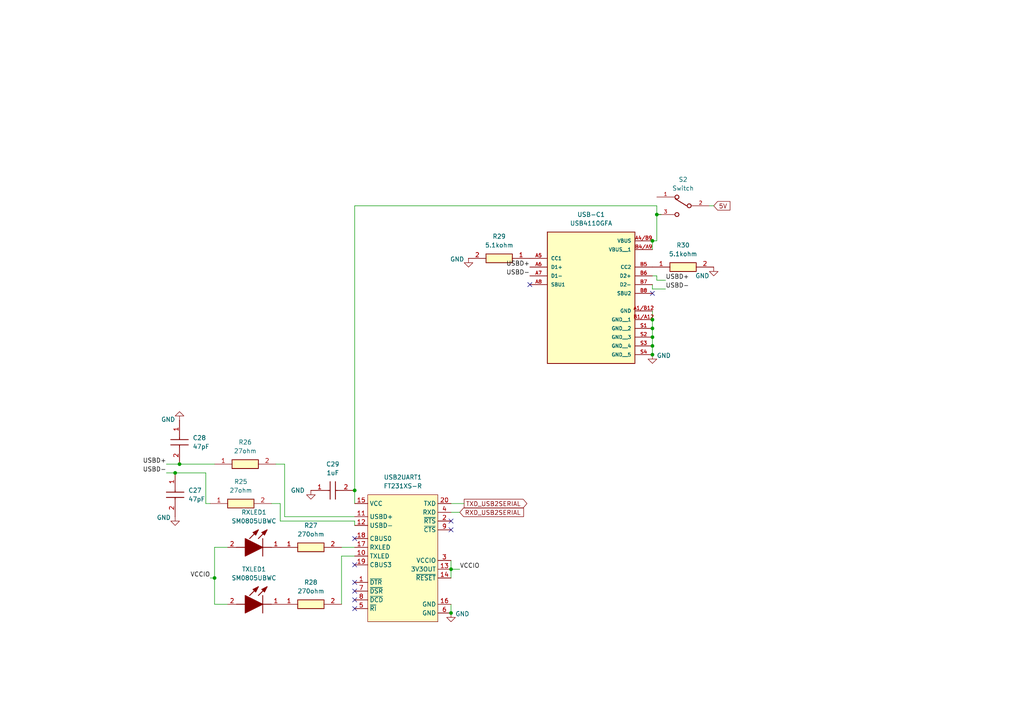
<source format=kicad_sch>
(kicad_sch (version 20231120) (generator "eeschema") (generator_version "8.0")
  (paper "A4")
  (lib_symbols
    (symbol "08055A470JAT2A:08055A470JAT2A" (pin_names hide)
      (property "Reference" "C" (at 8.89 6.35 0))
      (property "Value" "08055A470JAT2A" (at 8.89 3.81 0))
      (symbol "08055A470JAT2A_1_1"
        (polyline (pts (xy 5.08 0) (xy 5.588 0)) (stroke (width 0.254)))
        (polyline (pts (xy 5.588 2.54) (xy 5.588 -2.54)) (stroke (width 0.254)))
        (polyline (pts (xy 7.112 0) (xy 7.62 0)) (stroke (width 0.254)))
        (polyline (pts (xy 7.112 2.54) (xy 7.112 -2.54)) (stroke (width 0.254)))
        (pin passive line (at 0 0 0) (length 5.08) (name "1") (number "1"))
        (pin passive line (at 12.7 0 180) (length 5.08) (name "2") (number "2"))
      )
    )
    (symbol "CC0805KRX5R6BB105:CC0805KRX5R6BB105" (pin_names hide)
      (property "Reference" "C" (at 8.89 6.35 0))
      (property "Value" "CC0805KRX5R6BB105" (at 8.89 3.81 0))
      (symbol "CC0805KRX5R6BB105_1_1"
        (polyline (pts (xy 5.08 0) (xy 5.588 0)) (stroke (width 0.254)))
        (polyline (pts (xy 5.588 2.54) (xy 5.588 -2.54)) (stroke (width 0.254)))
        (polyline (pts (xy 7.112 0) (xy 7.62 0)) (stroke (width 0.254)))
        (polyline (pts (xy 7.112 2.54) (xy 7.112 -2.54)) (stroke (width 0.254)))
        (pin passive line (at 0 0 0) (length 5.08) (name "1") (number "1"))
        (pin passive line (at 12.7 0 180) (length 5.08) (name "2") (number "2"))
      )
    )
    (symbol "CR0805-FX-2700ELF:CR0805-FX-2700ELF" (pin_names hide)
      (property "Reference" "R" (at 13.97 6.35 0))
      (property "Value" "CR0805-FX-2700ELF" (at 13.97 3.81 0))
      (symbol "CR0805-FX-2700ELF_1_1"
        (rectangle (start 5.08 1.27) (end 12.7 -1.27) (stroke (width 0.254)) (fill (type background)))
        (pin passive line (at 0 0 0) (length 5.08) (name "1") (number "1"))
        (pin passive line (at 17.78 0 180) (length 5.08) (name "2") (number "2"))
      )
    )
    (symbol "CR0805-FX-27R0ELF:CR0805-FX-27R0ELF" (pin_names hide)
      (property "Reference" "R" (at 13.97 6.35 0))
      (property "Value" "CR0805-FX-27R0ELF" (at 13.97 3.81 0))
      (symbol "CR0805-FX-27R0ELF_1_1"
        (rectangle (start 5.08 1.27) (end 12.7 -1.27) (stroke (width 0.254)) (fill (type background)))
        (pin passive line (at 0 0 0) (length 5.08) (name "1") (number "1"))
        (pin passive line (at 17.78 0 180) (length 5.08) (name "2") (number "2"))
      )
    )
    (symbol "Project1LibUniv:Switch" (pin_names (offset 1.016))
      (property "Reference" "S" (at -7.6229 5.0819 0))
      (property "Value" "Switch" (at -7.6286 -5.0857 0))
      (symbol "Switch_0_0"
        (circle (center -1.778 -2.54) (radius 0.568) (stroke (width 0.254)))
        (circle (center -1.778 2.54) (radius 0.568) (stroke (width 0.254)))
        (polyline (pts (xy 1.016 0) (xy -2.286 2.032)) (stroke (width 0.254)))
        (circle (center 1.778 0) (radius 0.568) (stroke (width 0.254)))
        (pin passive line (at -7.62 2.54 0) (length 5.08) (name "~") (number "1"))
        (pin passive line (at 7.62 0 180) (length 5.08) (name "~") (number "2"))
        (pin passive line (at -7.62 -2.54 0) (length 5.08) (name "~") (number "3"))
      )
    )
    (symbol "group127:SerialLED" (pin_names hide)
      (property "Reference" "RXLED1" (at 7.62 10.16 0))
      (property "Value" "SerialLED" (at 7.62 7.62 0))
      (symbol "SerialLED_1_1"
        (polyline (pts (xy 2.54 0) (xy 5.08 0)) (stroke (width 0.254)))
        (polyline (pts (xy 5.08 2.54) (xy 5.08 -2.54)) (stroke (width 0.254)))
        (polyline (pts (xy 6.35 2.54) (xy 3.81 5.08)) (stroke (width 0.254)))
        (polyline (pts (xy 8.89 2.54) (xy 6.35 5.08)) (stroke (width 0.254)))
        (polyline (pts (xy 10.16 0) (xy 12.7 0)) (stroke (width 0.254)))
        (polyline (pts (xy 5.08 0) (xy 10.16 2.54) (xy 10.16 -2.54) (xy 5.08 0)) (stroke (width 0.254)) (fill (type outline)))
        (polyline (pts (xy 5.334 4.318) (xy 4.572 3.556) (xy 3.81 5.08) (xy 5.334 4.318)) (stroke (width 0.254)) (fill (type outline)))
        (polyline (pts (xy 7.874 4.318) (xy 7.112 3.556) (xy 6.35 5.08) (xy 7.874 4.318)) (stroke (width 0.254)) (fill (type outline)))
        (pin passive line (at 0 0 0) (length 2.54) (name "K") (number "1"))
        (pin passive line (at 15.24 0 180) (length 2.54) (name "A") (number "2"))
      )
    )
    (symbol "group127:USB-C-Port" (pin_names (offset 1.016))
      (property "Reference" "USB-C1" (at 0 15.24 0))
      (property "Value" "USB-C-Port" (at 0 12.7 0))
      (symbol "USB-C-Port_0_0"
        (rectangle (start -12.7 -27.94) (end 12.7 10.16) (stroke (width 0.254)) (fill (type background)))
        (pin power_in line (at 17.78 -12.7 180) (length 5.08) (name "GND") (number "A1/B12"))
        (pin power_in line (at 17.78 7.62 180) (length 5.08) (name "VBUS") (number "A4/B9"))
        (pin bidirectional line (at -17.78 2.54 0) (length 5.08) (name "CC1") (number "A5"))
        (pin bidirectional line (at -17.78 0 0) (length 5.08) (name "D1+") (number "A6"))
        (pin bidirectional line (at -17.78 -2.54 0) (length 5.08) (name "D1-") (number "A7"))
        (pin bidirectional line (at -17.78 -5.08 0) (length 5.08) (name "SBU1") (number "A8"))
        (pin power_in line (at 17.78 -15.24 180) (length 5.08) (name "GND__1") (number "B1/A12"))
        (pin power_in line (at 17.78 5.08 180) (length 5.08) (name "VBUS__1") (number "B4/A9"))
        (pin bidirectional line (at 17.78 0 180) (length 5.08) (name "CC2") (number "B5"))
        (pin bidirectional line (at 17.78 -2.54 180) (length 5.08) (name "D2+") (number "B6"))
        (pin bidirectional line (at 17.78 -5.08 180) (length 5.08) (name "D2-") (number "B7"))
        (pin bidirectional line (at 17.78 -7.62 180) (length 5.08) (name "SBU2") (number "B8"))
        (pin power_in line (at 17.78 -17.78 180) (length 5.08) (name "GND__2") (number "S1"))
        (pin power_in line (at 17.78 -20.32 180) (length 5.08) (name "GND__3") (number "S2"))
        (pin power_in line (at 17.78 -22.86 180) (length 5.08) (name "GND__4") (number "S3"))
        (pin power_in line (at 17.78 -25.4 180) (length 5.08) (name "GND__5") (number "S4"))
      )
    )
    (symbol "group127:USB2UART"
      (property "Reference" "USB2UART1" (at 0 3.81 0))
      (property "Value" "USB2UART" (at 0 1.27 0))
      (symbol "USB2UART_1_1"
        (rectangle (start -10.16 -1.27) (end 10.16 -38.1) (fill (type background)))
        (pin bidirectional line (at -13.97 -26.67 0) (length 3.81) (name "~{DTR}") (number "1"))
        (pin bidirectional line (at -13.97 -19.05 0) (length 3.81) (name "TXLED") (number "10"))
        (pin bidirectional line (at -13.97 -7.62 0) (length 3.81) (name "USBD+") (number "11"))
        (pin bidirectional line (at -13.97 -10.16 0) (length 3.81) (name "USBD-") (number "12"))
        (pin power_out line (at 13.97 -22.86 180) (length 3.81) (name "3V3OUT") (number "13"))
        (pin bidirectional line (at 13.97 -25.4 180) (length 3.81) (name "~{RESET}") (number "14"))
        (pin power_in line (at -13.97 -3.81 0) (length 3.81) (name "VCC") (number "15"))
        (pin power_in line (at 13.97 -33.02 180) (length 3.81) (name "GND") (number "16"))
        (pin bidirectional line (at -13.97 -16.51 0) (length 3.81) (name "RXLED") (number "17"))
        (pin bidirectional line (at -13.97 -13.97 0) (length 3.81) (name "CBUS0") (number "18"))
        (pin bidirectional line (at -13.97 -21.59 0) (length 3.81) (name "CBUS3") (number "19"))
        (pin output line (at 13.97 -8.89 180) (length 3.81) (name "~{RTS}") (number "2"))
        (pin output line (at 13.97 -3.81 180) (length 3.81) (name "TXD") (number "20"))
        (pin power_in line (at 13.97 -20.32 180) (length 3.81) (name "VCCIO") (number "3"))
        (pin input line (at 13.97 -6.35 180) (length 3.81) (name "RXD") (number "4"))
        (pin bidirectional line (at -13.97 -34.29 0) (length 3.81) (name "~{RI}") (number "5"))
        (pin power_in line (at 13.97 -35.56 180) (length 3.81) (name "GND") (number "6"))
        (pin bidirectional line (at -13.97 -29.21 0) (length 3.81) (name "~{DSR}") (number "7"))
        (pin bidirectional line (at -13.97 -31.75 0) (length 3.81) (name "~{DCD}") (number "8"))
        (pin input line (at 13.97 -11.43 180) (length 3.81) (name "~{CTS}") (number "9"))
      )
    )
    (symbol "power:GND" (power) (pin_numbers hide) (pin_names (offset 0) hide)
      (property "Value" "GND" (at 0 -3.81 0))
      (symbol "GND_0_1"
        (polyline (pts (xy 0 0) (xy 0 -1.27) (xy 1.27 -1.27) (xy 0 -2.54) (xy -1.27 -1.27) (xy 0 -1.27)))
      )
      (symbol "GND_1_1"
        (pin power_in line (at 0 0 270) (length 0) (name "~") (number "1"))
      )
    )
  )
  (junction (at 189.23 97.79))
  (junction (at 189.23 92.71))
  (junction (at 50.8 137.16))
  (junction (at 190.5 62.23))
  (junction (at 62.23 167.64))
  (junction (at 102.87 142.24))
  (junction (at 130.81 177.8))
  (junction (at 189.23 69.85))
  (junction (at 189.23 102.87))
  (junction (at 130.81 165.1))
  (junction (at 189.23 95.25))
  (junction (at 189.23 100.33))
  (junction (at 52.07 134.62))
  (no_connect (at 102.87 168.91))
  (no_connect (at 130.81 153.67))
  (no_connect (at 153.67 82.55))
  (no_connect (at 102.87 173.99))
  (no_connect (at 130.81 151.13))
  (no_connect (at 189.23 85.09))
  (no_connect (at 102.87 156.21))
  (no_connect (at 102.87 163.83))
  (no_connect (at 102.87 176.53))
  (no_connect (at 102.87 171.45))
  (wire (pts (xy 189.23 69.85) (xy 189.23 72.39)))
  (wire (pts (xy 78.74 146.05) (xy 81.28 146.05)))
  (wire (pts (xy 190.5 81.28) (xy 190.5 80.01)))
  (wire (pts (xy 82.55 134.62) (xy 82.55 149.86)))
  (wire (pts (xy 102.87 151.13) (xy 102.87 152.4)))
  (wire (pts (xy 99.06 161.29) (xy 102.87 161.29)))
  (wire (pts (xy 48.26 134.62) (xy 52.07 134.62)))
  (wire (pts (xy 66.04 158.75) (xy 62.23 158.75)))
  (wire (pts (xy 134.62 146.05) (xy 130.81 146.05)))
  (wire (pts (xy 130.81 175.26) (xy 130.81 177.8)))
  (wire (pts (xy 62.23 167.64) (xy 62.23 175.26)))
  (wire (pts (xy 193.04 83.82) (xy 189.23 83.82)))
  (wire (pts (xy 133.35 148.59) (xy 130.81 148.59)))
  (wire (pts (xy 189.23 97.79) (xy 189.23 100.33)))
  (wire (pts (xy 50.8 137.16) (xy 48.26 137.16)))
  (wire (pts (xy 99.06 158.75) (xy 102.87 158.75)))
  (wire (pts (xy 80.01 134.62) (xy 82.55 134.62)))
  (wire (pts (xy 189.23 95.25) (xy 189.23 97.79)))
  (wire (pts (xy 130.81 165.1) (xy 133.35 165.1)))
  (wire (pts (xy 81.28 146.05) (xy 81.28 151.13)))
  (wire (pts (xy 190.5 59.69) (xy 190.5 62.23)))
  (wire (pts (xy 102.87 59.69) (xy 102.87 142.24)))
  (wire (pts (xy 207.01 59.69) (xy 205.74 59.69)))
  (wire (pts (xy 130.81 162.56) (xy 130.81 165.1)))
  (wire (pts (xy 52.07 134.62) (xy 62.23 134.62)))
  (wire (pts (xy 99.06 175.26) (xy 99.06 161.29)))
  (wire (pts (xy 189.23 83.82) (xy 189.23 82.55)))
  (wire (pts (xy 189.23 92.71) (xy 189.23 95.25)))
  (wire (pts (xy 59.69 146.05) (xy 60.96 146.05)))
  (wire (pts (xy 81.28 151.13) (xy 102.87 151.13)))
  (wire (pts (xy 59.69 137.16) (xy 50.8 137.16)))
  (wire (pts (xy 60.96 167.64) (xy 62.23 167.64)))
  (wire (pts (xy 62.23 158.75) (xy 62.23 167.64)))
  (wire (pts (xy 66.04 175.26) (xy 62.23 175.26)))
  (wire (pts (xy 82.55 149.86) (xy 102.87 149.86)))
  (wire (pts (xy 102.87 142.24) (xy 102.87 146.05)))
  (wire (pts (xy 189.23 90.17) (xy 189.23 92.71)))
  (wire (pts (xy 189.23 100.33) (xy 189.23 102.87)))
  (wire (pts (xy 191.77 62.23) (xy 190.5 62.23)))
  (wire (pts (xy 130.81 165.1) (xy 130.81 167.64)))
  (wire (pts (xy 190.5 69.85) (xy 189.23 69.85)))
  (wire (pts (xy 193.04 81.28) (xy 190.5 81.28)))
  (wire (pts (xy 190.5 80.01) (xy 189.23 80.01)))
  (wire (pts (xy 102.87 59.69) (xy 190.5 59.69)))
  (wire (pts (xy 59.69 146.05) (xy 59.69 137.16)))
  (wire (pts (xy 190.5 62.23) (xy 190.5 69.85)))
  (label "USBD-" (at 193.04 83.82 0))
  (label "VCCIO" (at 60.96 167.64 180))
  (label "USBD-" (at 153.67 80.01 180))
  (label "USBD+" (at 153.67 77.47 180))
  (label "VCCIO" (at 133.35 165.1 0))
  (label "USBD+" (at 193.04 81.28 0))
  (label "USBD-" (at 48.26 137.16 180))
  (label "USBD+" (at 48.26 134.62 180))
  (global_label "RXD_USB2SERIAL" (shape input) (at 133.35 148.59 0) (property "Intersheetrefs" "${INTERSHEET_REFS}" (effects (hide yes))))
  (global_label "TXD_USB2SERIAL" (shape output) (at 134.62 146.05 0) (property "Intersheetrefs" "${INTERSHEET_REFS}" (effects (hide yes))))
  (global_label "5V" (shape input) (at 207.01 59.69 0) (property "Intersheetrefs" "${INTERSHEET_REFS}" (effects (hide yes))))
  (symbol (lib_id "group127:SerialLED") (at 81.28 175.26 0) (mirror y) (unit 1)
    (property "Reference" "TXLED1" (at 73.66 165.1 0))
    (property "Value" "SM0805UBWC" (at 73.66 167.64 0))
    (property "Footprint" "KiCad0805:LEDC2012X110N" (effects (hide yes)))
    (property "Datasheet" "https://www.arrow.com/en/products/sm0805ubwc/bivar?region=nac" (effects (hide yes)))
    (property "Description" "LED Uni-Color Blue 468nm 2-Pin Chip 0805(2012Metric) T/R" (effects (hide yes)))
    (property "Height" "1.1" (effects (hide yes)))
    (property "Mouser Part Number" "749-SM0805UBWC" (effects (hide yes)))
    (property "Mouser Price/Stock" "https://www.mouser.co.uk/ProductDetail/Bivar/SM0805UBWC?qs=hWDdE2Pc5RAgQGamDSfd%252BQ%3D%3D" (effects (hide yes)))
    (property "Manufacturer_Name" "Bivar" (effects (hide yes)))
    (property "Manufacturer_Part_Number" "SM0805UBWC" (effects (hide yes)))
  )
  (symbol (lib_id "power:GND") (at 90.17 142.24 0) (unit 1)
    (property "Reference" "#PWR034" (effects (hide yes)))
    (property "Value" "GND" (at 86.36 142.24 0))
    (property "Description" "Power symbol creates a global label with name \"GND\" , ground" (effects (hide yes)))
  )
  (symbol (lib_id "CR0805-FX-2700ELF:CR0805-FX-2700ELF") (at 81.28 175.26 0) (unit 1)
    (property "Reference" "R28" (at 90.17 168.91 0))
    (property "Value" "270ohm" (at 90.17 171.45 0))
    (property "Footprint" "Resistor_SMD:R_0805_2012Metric" (effects (hide yes)))
    (property "Datasheet" "https://www.bourns.com/pdfs/chpreztr.pdf" (effects (hide yes)))
    (property "Description" "Thick Film Resistors - SMD 270ohm 1%" (effects (hide yes)))
    (property "Height" "0.6" (effects (hide yes)))
    (property "Mouser Part Number" "652-CR0805FX-2700ELF" (effects (hide yes)))
    (property "Mouser Price/Stock" "https://www.mouser.co.uk/ProductDetail/Bourns/CR0805-FX-2700ELF?qs=4vGXhLEMbUwfoxAMFQ260A%3D%3D" (effects (hide yes)))
    (property "Manufacturer_Name" "Bourns" (effects (hide yes)))
    (property "Manufacturer_Part_Number" "CR0805-FX-2700ELF" (effects (hide yes)))
  )
  (symbol (lib_id "Project1LibUniv:Switch") (at 198.12 59.69 0) (unit 1)
    (property "Reference" "S2" (at 198.12 52.07 0))
    (property "Value" "Switch" (at 198.12 54.61 0))
    (property "Footprint" "JS102011SAQN:SW_JS102011SAQN" (effects (hide yes)))
    (property "MANUFACTURER" "C&K" (effects (hide yes)))
  )
  (symbol (lib_id "CC0805KRX5R6BB105:CC0805KRX5R6BB105") (at 90.17 142.24 0) (unit 1)
    (property "Reference" "C29" (at 96.52 134.62 0))
    (property "Value" "1uF" (at 96.52 137.16 0))
    (property "Footprint" "Capacitor_SMD:C_0805_2012Metric" (effects (hide yes)))
    (property "Datasheet" "https://www.google.com/search?q=CC0805KRX5R6BB105&ei=oHPzYsWSNqLL2roP9LWC0AM&ved=0ahUKEwjF4ua49Lv5AhWipVYBHfSaADoQ4dUDCA4&uact=5&oq=CC0805KRX5R6BB105&gs_lcp=Cgdnd3Mtd2l6EAMyBQgAEKIEMgUIABCiBDIFCAAQogQyBQgAEKIEMgUIABCiBDoICAAQgAQQsANKBAhBGAFKBAhGGABQjwVYjw" (effects (hide yes)))
    (property "Description" "Multilayer Ceramic Capacitors MLCC - SMD/SMT 10V 1uF X5R 0805 10%" (effects (hide yes)))
    (property "Height" "1.45" (effects (hide yes)))
    (property "Mouser Part Number" "603-CC805KRX5R6BB105" (effects (hide yes)))
    (property "Mouser Price/Stock" "https://www.mouser.co.uk/ProductDetail/YAGEO/CC0805KRX5R6BB105?qs=57cj7OiSijlFWI8EUNwoXQ%3D%3D" (effects (hide yes)))
    (property "Manufacturer_Name" "YAGEO" (effects (hide yes)))
    (property "Manufacturer_Part_Number" "CC0805KRX5R6BB105" (effects (hide yes)))
  )
  (symbol (lib_id "power:GND") (at 189.23 102.87 0) (unit 1)
    (property "Reference" "#PWR037" (effects (hide yes)))
    (property "Value" "GND" (at 192.532 103.124 0))
    (property "Description" "Power symbol creates a global label with name \"GND\" , ground" (effects (hide yes)))
  )
  (symbol (lib_id "power:GND") (at 135.89 74.93 0) (mirror y) (unit 1)
    (property "Reference" "#PWR036" (effects (hide yes)))
    (property "Value" "GND" (at 132.588 75.184 0))
    (property "Description" "Power symbol creates a global label with name \"GND\" , ground" (effects (hide yes)))
  )
  (symbol (lib_id "power:GND") (at 50.8 149.86 0) (mirror y) (unit 1)
    (property "Reference" "#PWR032" (effects (hide yes)))
    (property "Value" "GND" (at 47.498 150.114 0))
    (property "Description" "Power symbol creates a global label with name \"GND\" , ground" (effects (hide yes)))
  )
  (symbol (lib_id "CR0805-FX-27R0ELF:CR0805-FX-27R0ELF") (at 189.23 77.47 0) (unit 1)
    (property "Reference" "R30" (at 198.12 71.12 0))
    (property "Value" "5.1kohm" (at 198.12 73.66 0))
    (property "Footprint" "Resistor_SMD:R_0805_2012Metric" (effects (hide yes)))
    (property "Datasheet" "https://www.bourns.com/pdfs/chpreztr.pdf" (effects (hide yes)))
    (property "Description" "Thick Film Resistors - SMD 27ohm 1%" (effects (hide yes)))
    (property "Height" "0.6" (effects (hide yes)))
    (property "Mouser Part Number" "652-CR0805FX-27R0ELF" (effects (hide yes)))
    (property "Mouser Price/Stock" "https://www.mouser.co.uk/ProductDetail/Bourns/CR0805-FX-27R0ELF?qs=4vGXhLEMbUwrTzV9z9NRJA%3D%3D" (effects (hide yes)))
    (property "Manufacturer_Name" "Bourns" (effects (hide yes)))
    (property "Manufacturer_Part_Number" "CR0805-FX-27R0ELF" (effects (hide yes)))
  )
  (symbol (lib_id "power:GND") (at 130.81 177.8 0) (unit 1)
    (property "Reference" "#PWR035" (effects (hide yes)))
    (property "Value" "GND" (at 134.112 178.054 0))
    (property "Description" "Power symbol creates a global label with name \"GND\" , ground" (effects (hide yes)))
  )
  (symbol (lib_id "CR0805-FX-27R0ELF:CR0805-FX-27R0ELF") (at 62.23 134.62 0) (unit 1)
    (property "Reference" "R26" (at 71.12 128.27 0))
    (property "Value" "27ohm" (at 71.12 130.81 0))
    (property "Footprint" "Resistor_SMD:R_0805_2012Metric" (effects (hide yes)))
    (property "Datasheet" "https://www.bourns.com/pdfs/chpreztr.pdf" (effects (hide yes)))
    (property "Description" "Thick Film Resistors - SMD 27ohm 1%" (effects (hide yes)))
    (property "Height" "0.6" (effects (hide yes)))
    (property "Mouser Part Number" "652-CR0805FX-27R0ELF" (effects (hide yes)))
    (property "Mouser Price/Stock" "https://www.mouser.co.uk/ProductDetail/Bourns/CR0805-FX-27R0ELF?qs=4vGXhLEMbUwrTzV9z9NRJA%3D%3D" (effects (hide yes)))
    (property "Manufacturer_Name" "Bourns" (effects (hide yes)))
    (property "Manufacturer_Part_Number" "CR0805-FX-27R0ELF" (effects (hide yes)))
  )
  (symbol (lib_id "CR0805-FX-27R0ELF:CR0805-FX-27R0ELF") (at 60.96 146.05 0) (unit 1)
    (property "Reference" "R25" (at 69.85 139.7 0))
    (property "Value" "27ohm" (at 69.85 142.24 0))
    (property "Footprint" "Resistor_SMD:R_0805_2012Metric" (effects (hide yes)))
    (property "Datasheet" "https://www.bourns.com/pdfs/chpreztr.pdf" (effects (hide yes)))
    (property "Description" "Thick Film Resistors - SMD 27ohm 1%" (effects (hide yes)))
    (property "Height" "0.6" (effects (hide yes)))
    (property "Mouser Part Number" "652-CR0805FX-27R0ELF" (effects (hide yes)))
    (property "Mouser Price/Stock" "https://www.mouser.co.uk/ProductDetail/Bourns/CR0805-FX-27R0ELF?qs=4vGXhLEMbUwrTzV9z9NRJA%3D%3D" (effects (hide yes)))
    (property "Manufacturer_Name" "Bourns" (effects (hide yes)))
    (property "Manufacturer_Part_Number" "CR0805-FX-27R0ELF" (effects (hide yes)))
  )
  (symbol (lib_id "power:GND") (at 207.01 77.47 0) (mirror y) (unit 1)
    (property "Reference" "#PWR038" (effects (hide yes)))
    (property "Value" "GND" (at 203.708 80.01 0))
    (property "Description" "Power symbol creates a global label with name \"GND\" , ground" (effects (hide yes)))
  )
  (symbol (lib_id "CR0805-FX-2700ELF:CR0805-FX-2700ELF") (at 81.28 158.75 0) (unit 1)
    (property "Reference" "R27" (at 90.17 152.4 0))
    (property "Value" "270ohm" (at 90.17 154.94 0))
    (property "Footprint" "Resistor_SMD:R_0805_2012Metric" (effects (hide yes)))
    (property "Datasheet" "https://www.bourns.com/pdfs/chpreztr.pdf" (effects (hide yes)))
    (property "Description" "Thick Film Resistors - SMD 270ohm 1%" (effects (hide yes)))
    (property "Height" "0.6" (effects (hide yes)))
    (property "Mouser Part Number" "652-CR0805FX-2700ELF" (effects (hide yes)))
    (property "Mouser Price/Stock" "https://www.mouser.co.uk/ProductDetail/Bourns/CR0805-FX-2700ELF?qs=4vGXhLEMbUwfoxAMFQ260A%3D%3D" (effects (hide yes)))
    (property "Manufacturer_Name" "Bourns" (effects (hide yes)))
    (property "Manufacturer_Part_Number" "CR0805-FX-2700ELF" (effects (hide yes)))
  )
  (symbol (lib_id "group127:SerialLED") (at 81.28 158.75 0) (mirror y) (unit 1)
    (property "Reference" "RXLED1" (at 73.66 148.59 0))
    (property "Value" "SM0805UBWC" (at 73.66 151.13 0))
    (property "Footprint" "KiCad0805:LEDC2012X110N" (effects (hide yes)))
    (property "Datasheet" "https://www.arrow.com/en/products/sm0805ubwc/bivar?region=nac" (effects (hide yes)))
    (property "Description" "LED Uni-Color Blue 468nm 2-Pin Chip 0805(2012Metric) T/R" (effects (hide yes)))
    (property "Height" "1.1" (effects (hide yes)))
    (property "Mouser Part Number" "749-SM0805UBWC" (effects (hide yes)))
    (property "Mouser Price/Stock" "https://www.mouser.co.uk/ProductDetail/Bivar/SM0805UBWC?qs=hWDdE2Pc5RAgQGamDSfd%252BQ%3D%3D" (effects (hide yes)))
    (property "Manufacturer_Name" "Bivar" (effects (hide yes)))
    (property "Manufacturer_Part_Number" "SM0805UBWC" (effects (hide yes)))
  )
  (symbol (lib_id "group127:USB2UART") (at 116.84 142.24 0) (unit 1)
    (property "Reference" "USB2UART1" (at 116.84 138.43 0))
    (property "Value" "FT231XS-R" (at 116.84 140.97 0))
    (property "Footprint" "Package_SO:SSOP-20_3.9x8.7mm_P0.635mm" (effects (hide yes)))
    (property "Datasheet" "https://dl.carters.cloud/datasheets/USB.pdf" (effects (hide yes)))
    (property "Description" "USB to UART" (effects (hide yes)))
  )
  (symbol (lib_id "08055A470JAT2A:08055A470JAT2A") (at 50.8 137.16 270) (unit 1)
    (property "Reference" "C27" (at 54.61 142.2399 90) (effects (justify left)))
    (property "Value" "47pF" (at 54.61 144.7799 90) (effects (justify left)))
    (property "Footprint" "Capacitor_SMD:C_0805_2012Metric" (effects (hide yes)))
    (property "Description" "Multilayer Ceramic Capacitors MLCC - SMD/SMT 50V 47pF C0G 0805 5%" (effects (hide yes)))
    (property "Height" "0.94" (effects (hide yes)))
    (property "Mouser Part Number" "581-08055A470J" (effects (hide yes)))
    (property "Mouser Price/Stock" "https://www.mouser.co.uk/ProductDetail/KYOCERA-AVX/08055A470JAT2A?qs=HVCPnIvYOgrAzvERMfLwOw%3D%3D" (effects (hide yes)))
    (property "Manufacturer_Name" "Kyocera AVX" (effects (hide yes)))
    (property "Manufacturer_Part_Number" "08055A470JAT2A" (effects (hide yes)))
  )
  (symbol (lib_id "CR0805-FX-27R0ELF:CR0805-FX-27R0ELF") (at 153.67 74.93 0) (mirror y) (unit 1)
    (property "Reference" "R29" (at 144.78 68.58 0))
    (property "Value" "5.1kohm" (at 144.78 71.12 0))
    (property "Footprint" "Resistor_SMD:R_0805_2012Metric" (effects (hide yes)))
    (property "Datasheet" "https://www.bourns.com/pdfs/chpreztr.pdf" (effects (hide yes)))
    (property "Description" "Thick Film Resistors - SMD 27ohm 1%" (effects (hide yes)))
    (property "Height" "0.6" (effects (hide yes)))
    (property "Mouser Part Number" "652-CR0805FX-27R0ELF" (effects (hide yes)))
    (property "Mouser Price/Stock" "https://www.mouser.co.uk/ProductDetail/Bourns/CR0805-FX-27R0ELF?qs=4vGXhLEMbUwrTzV9z9NRJA%3D%3D" (effects (hide yes)))
    (property "Manufacturer_Name" "Bourns" (effects (hide yes)))
    (property "Manufacturer_Part_Number" "CR0805-FX-27R0ELF" (effects (hide yes)))
  )
  (symbol (lib_id "group127:USB-C-Port") (at 171.45 77.47 0) (unit 1)
    (property "Reference" "USB-C1" (at 171.45 62.23 0))
    (property "Value" "USB4110GFA" (at 171.45 64.77 0))
    (property "Footprint" "USB4110_GF_A:GCT_USB4110GFA" (effects (hide yes)))
    (property "MF" "GCT" (effects (hide yes)))
    (property "Description_1" "USB-C (USB TYPE-C) USB 2.0 Receptacle Connector 24 (16+8 Dummy) Position Surface Mount, Right Angle; Through Hole" (effects (hide yes)))
    (property "Package" "None" (effects (hide yes)))
    (property "Price" "None" (effects (hide yes)))
    (property "MP" "USB4110GFA" (effects (hide yes)))
    (property "Availability" "In Stock" (effects (hide yes)))
  )
  (symbol (lib_id "08055A470JAT2A:08055A470JAT2A") (at 52.07 121.92 270) (unit 1)
    (property "Reference" "C28" (at 55.88 126.9999 90) (effects (justify left)))
    (property "Value" "47pF" (at 55.88 129.5399 90) (effects (justify left)))
    (property "Footprint" "Capacitor_SMD:C_0805_2012Metric" (effects (hide yes)))
    (property "Description" "Multilayer Ceramic Capacitors MLCC - SMD/SMT 50V 47pF C0G 0805 5%" (effects (hide yes)))
    (property "Height" "0.94" (effects (hide yes)))
    (property "Mouser Part Number" "581-08055A470J" (effects (hide yes)))
    (property "Mouser Price/Stock" "https://www.mouser.co.uk/ProductDetail/KYOCERA-AVX/08055A470JAT2A?qs=HVCPnIvYOgrAzvERMfLwOw%3D%3D" (effects (hide yes)))
    (property "Manufacturer_Name" "Kyocera AVX" (effects (hide yes)))
    (property "Manufacturer_Part_Number" "08055A470JAT2A" (effects (hide yes)))
  )
  (symbol (lib_id "power:GND") (at 52.07 121.92 180) (unit 1)
    (property "Reference" "#PWR033" (effects (hide yes)))
    (property "Value" "GND" (at 48.768 121.666 0))
    (property "Description" "Power symbol creates a global label with name \"GND\" , ground" (effects (hide yes)))
  )
)
</source>
